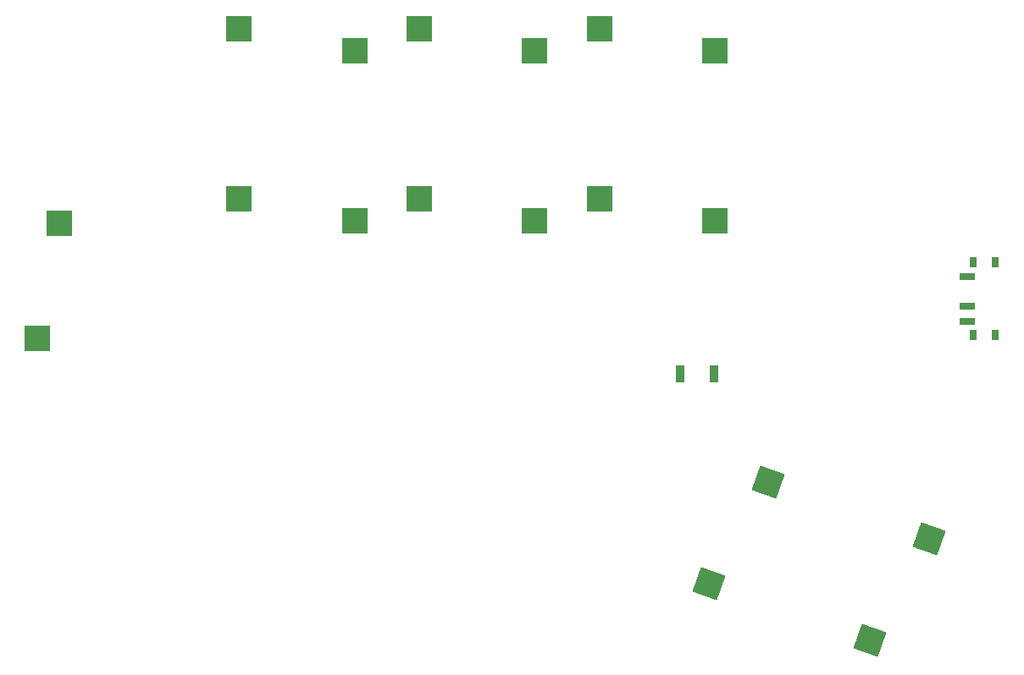
<source format=gbp>
G04 #@! TF.GenerationSoftware,KiCad,Pcbnew,(6.0.8-1)-1*
G04 #@! TF.CreationDate,2022-11-22T18:51:54+00:00*
G04 #@! TF.ProjectId,nine-nano-no-jumpers,6e696e65-2d6e-4616-9e6f-2d6e6f2d6a75,v1.0.0*
G04 #@! TF.SameCoordinates,Original*
G04 #@! TF.FileFunction,Paste,Bot*
G04 #@! TF.FilePolarity,Positive*
%FSLAX46Y46*%
G04 Gerber Fmt 4.6, Leading zero omitted, Abs format (unit mm)*
G04 Created by KiCad (PCBNEW (6.0.8-1)-1) date 2022-11-22 18:51:54*
%MOMM*%
%LPD*%
G01*
G04 APERTURE LIST*
G04 Aperture macros list*
%AMRotRect*
0 Rectangle, with rotation*
0 The origin of the aperture is its center*
0 $1 length*
0 $2 width*
0 $3 Rotation angle, in degrees counterclockwise*
0 Add horizontal line*
21,1,$1,$2,0,0,$3*%
G04 Aperture macros list end*
%ADD10R,2.600000X2.600000*%
%ADD11R,0.800000X1.000000*%
%ADD12R,1.500000X0.700000*%
%ADD13RotRect,2.600000X2.600000X70.500000*%
%ADD14R,0.900000X1.700000*%
G04 APERTURE END LIST*
D10*
G04 #@! TO.C,SW1*
X95550000Y-101275000D03*
X97750000Y-89725000D03*
G04 #@! TD*
D11*
G04 #@! TO.C,SWF1*
X189120000Y-100950000D03*
X191330000Y-100950000D03*
X191330000Y-93650000D03*
X189120000Y-93650000D03*
D12*
X188470000Y-95050000D03*
X188470000Y-98050000D03*
X188470000Y-99550000D03*
G04 #@! TD*
D13*
G04 #@! TO.C,SW9*
X178740970Y-131515116D03*
X184670250Y-121361982D03*
G04 #@! TD*
D10*
G04 #@! TO.C,SW5*
X115725000Y-87300000D03*
X127275000Y-89500000D03*
G04 #@! TD*
G04 #@! TO.C,SW3*
X133725000Y-70300000D03*
X145275000Y-72500000D03*
G04 #@! TD*
D14*
G04 #@! TO.C,RESET1*
X163200000Y-104800000D03*
X159800000Y-104800000D03*
G04 #@! TD*
D10*
G04 #@! TO.C,SW4*
X151725000Y-70300000D03*
X163275000Y-72500000D03*
G04 #@! TD*
G04 #@! TO.C,SW7*
X151725000Y-87300000D03*
X163275000Y-89500000D03*
G04 #@! TD*
G04 #@! TO.C,SW6*
X133725000Y-87300000D03*
X145275000Y-89500000D03*
G04 #@! TD*
D13*
G04 #@! TO.C,SW8*
X162716066Y-125840400D03*
X168645346Y-115687266D03*
G04 #@! TD*
D10*
G04 #@! TO.C,SW2*
X115725000Y-70300000D03*
X127275000Y-72500000D03*
G04 #@! TD*
M02*

</source>
